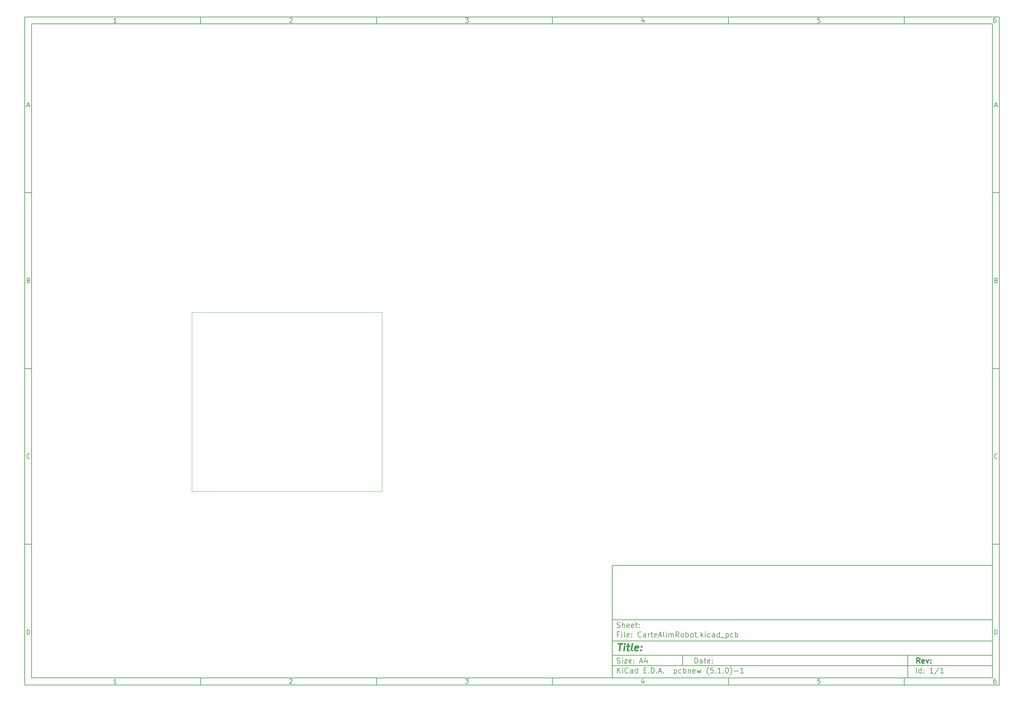
<source format=gm1>
G04 #@! TF.GenerationSoftware,KiCad,Pcbnew,(5.1.0)-1*
G04 #@! TF.CreationDate,2021-10-29T22:54:01+02:00*
G04 #@! TF.ProjectId,CarteAlimRobot,43617274-6541-46c6-996d-526f626f742e,rev?*
G04 #@! TF.SameCoordinates,Original*
G04 #@! TF.FileFunction,Profile,NP*
%FSLAX46Y46*%
G04 Gerber Fmt 4.6, Leading zero omitted, Abs format (unit mm)*
G04 Created by KiCad (PCBNEW (5.1.0)-1) date 2021-10-29 22:54:01*
%MOMM*%
%LPD*%
G04 APERTURE LIST*
%ADD10C,0.100000*%
%ADD11C,0.150000*%
%ADD12C,0.300000*%
%ADD13C,0.400000*%
G04 APERTURE END LIST*
D10*
D11*
X177002200Y-166007200D02*
X177002200Y-198007200D01*
X285002200Y-198007200D01*
X285002200Y-166007200D01*
X177002200Y-166007200D01*
D10*
D11*
X10000000Y-10000000D02*
X10000000Y-200007200D01*
X287002200Y-200007200D01*
X287002200Y-10000000D01*
X10000000Y-10000000D01*
D10*
D11*
X12000000Y-12000000D02*
X12000000Y-198007200D01*
X285002200Y-198007200D01*
X285002200Y-12000000D01*
X12000000Y-12000000D01*
D10*
D11*
X60000000Y-12000000D02*
X60000000Y-10000000D01*
D10*
D11*
X110000000Y-12000000D02*
X110000000Y-10000000D01*
D10*
D11*
X160000000Y-12000000D02*
X160000000Y-10000000D01*
D10*
D11*
X210000000Y-12000000D02*
X210000000Y-10000000D01*
D10*
D11*
X260000000Y-12000000D02*
X260000000Y-10000000D01*
D10*
D11*
X36065476Y-11588095D02*
X35322619Y-11588095D01*
X35694047Y-11588095D02*
X35694047Y-10288095D01*
X35570238Y-10473809D01*
X35446428Y-10597619D01*
X35322619Y-10659523D01*
D10*
D11*
X85322619Y-10411904D02*
X85384523Y-10350000D01*
X85508333Y-10288095D01*
X85817857Y-10288095D01*
X85941666Y-10350000D01*
X86003571Y-10411904D01*
X86065476Y-10535714D01*
X86065476Y-10659523D01*
X86003571Y-10845238D01*
X85260714Y-11588095D01*
X86065476Y-11588095D01*
D10*
D11*
X135260714Y-10288095D02*
X136065476Y-10288095D01*
X135632142Y-10783333D01*
X135817857Y-10783333D01*
X135941666Y-10845238D01*
X136003571Y-10907142D01*
X136065476Y-11030952D01*
X136065476Y-11340476D01*
X136003571Y-11464285D01*
X135941666Y-11526190D01*
X135817857Y-11588095D01*
X135446428Y-11588095D01*
X135322619Y-11526190D01*
X135260714Y-11464285D01*
D10*
D11*
X185941666Y-10721428D02*
X185941666Y-11588095D01*
X185632142Y-10226190D02*
X185322619Y-11154761D01*
X186127380Y-11154761D01*
D10*
D11*
X236003571Y-10288095D02*
X235384523Y-10288095D01*
X235322619Y-10907142D01*
X235384523Y-10845238D01*
X235508333Y-10783333D01*
X235817857Y-10783333D01*
X235941666Y-10845238D01*
X236003571Y-10907142D01*
X236065476Y-11030952D01*
X236065476Y-11340476D01*
X236003571Y-11464285D01*
X235941666Y-11526190D01*
X235817857Y-11588095D01*
X235508333Y-11588095D01*
X235384523Y-11526190D01*
X235322619Y-11464285D01*
D10*
D11*
X285941666Y-10288095D02*
X285694047Y-10288095D01*
X285570238Y-10350000D01*
X285508333Y-10411904D01*
X285384523Y-10597619D01*
X285322619Y-10845238D01*
X285322619Y-11340476D01*
X285384523Y-11464285D01*
X285446428Y-11526190D01*
X285570238Y-11588095D01*
X285817857Y-11588095D01*
X285941666Y-11526190D01*
X286003571Y-11464285D01*
X286065476Y-11340476D01*
X286065476Y-11030952D01*
X286003571Y-10907142D01*
X285941666Y-10845238D01*
X285817857Y-10783333D01*
X285570238Y-10783333D01*
X285446428Y-10845238D01*
X285384523Y-10907142D01*
X285322619Y-11030952D01*
D10*
D11*
X60000000Y-198007200D02*
X60000000Y-200007200D01*
D10*
D11*
X110000000Y-198007200D02*
X110000000Y-200007200D01*
D10*
D11*
X160000000Y-198007200D02*
X160000000Y-200007200D01*
D10*
D11*
X210000000Y-198007200D02*
X210000000Y-200007200D01*
D10*
D11*
X260000000Y-198007200D02*
X260000000Y-200007200D01*
D10*
D11*
X36065476Y-199595295D02*
X35322619Y-199595295D01*
X35694047Y-199595295D02*
X35694047Y-198295295D01*
X35570238Y-198481009D01*
X35446428Y-198604819D01*
X35322619Y-198666723D01*
D10*
D11*
X85322619Y-198419104D02*
X85384523Y-198357200D01*
X85508333Y-198295295D01*
X85817857Y-198295295D01*
X85941666Y-198357200D01*
X86003571Y-198419104D01*
X86065476Y-198542914D01*
X86065476Y-198666723D01*
X86003571Y-198852438D01*
X85260714Y-199595295D01*
X86065476Y-199595295D01*
D10*
D11*
X135260714Y-198295295D02*
X136065476Y-198295295D01*
X135632142Y-198790533D01*
X135817857Y-198790533D01*
X135941666Y-198852438D01*
X136003571Y-198914342D01*
X136065476Y-199038152D01*
X136065476Y-199347676D01*
X136003571Y-199471485D01*
X135941666Y-199533390D01*
X135817857Y-199595295D01*
X135446428Y-199595295D01*
X135322619Y-199533390D01*
X135260714Y-199471485D01*
D10*
D11*
X185941666Y-198728628D02*
X185941666Y-199595295D01*
X185632142Y-198233390D02*
X185322619Y-199161961D01*
X186127380Y-199161961D01*
D10*
D11*
X236003571Y-198295295D02*
X235384523Y-198295295D01*
X235322619Y-198914342D01*
X235384523Y-198852438D01*
X235508333Y-198790533D01*
X235817857Y-198790533D01*
X235941666Y-198852438D01*
X236003571Y-198914342D01*
X236065476Y-199038152D01*
X236065476Y-199347676D01*
X236003571Y-199471485D01*
X235941666Y-199533390D01*
X235817857Y-199595295D01*
X235508333Y-199595295D01*
X235384523Y-199533390D01*
X235322619Y-199471485D01*
D10*
D11*
X285941666Y-198295295D02*
X285694047Y-198295295D01*
X285570238Y-198357200D01*
X285508333Y-198419104D01*
X285384523Y-198604819D01*
X285322619Y-198852438D01*
X285322619Y-199347676D01*
X285384523Y-199471485D01*
X285446428Y-199533390D01*
X285570238Y-199595295D01*
X285817857Y-199595295D01*
X285941666Y-199533390D01*
X286003571Y-199471485D01*
X286065476Y-199347676D01*
X286065476Y-199038152D01*
X286003571Y-198914342D01*
X285941666Y-198852438D01*
X285817857Y-198790533D01*
X285570238Y-198790533D01*
X285446428Y-198852438D01*
X285384523Y-198914342D01*
X285322619Y-199038152D01*
D10*
D11*
X10000000Y-60000000D02*
X12000000Y-60000000D01*
D10*
D11*
X10000000Y-110000000D02*
X12000000Y-110000000D01*
D10*
D11*
X10000000Y-160000000D02*
X12000000Y-160000000D01*
D10*
D11*
X10690476Y-35216666D02*
X11309523Y-35216666D01*
X10566666Y-35588095D02*
X11000000Y-34288095D01*
X11433333Y-35588095D01*
D10*
D11*
X11092857Y-84907142D02*
X11278571Y-84969047D01*
X11340476Y-85030952D01*
X11402380Y-85154761D01*
X11402380Y-85340476D01*
X11340476Y-85464285D01*
X11278571Y-85526190D01*
X11154761Y-85588095D01*
X10659523Y-85588095D01*
X10659523Y-84288095D01*
X11092857Y-84288095D01*
X11216666Y-84350000D01*
X11278571Y-84411904D01*
X11340476Y-84535714D01*
X11340476Y-84659523D01*
X11278571Y-84783333D01*
X11216666Y-84845238D01*
X11092857Y-84907142D01*
X10659523Y-84907142D01*
D10*
D11*
X11402380Y-135464285D02*
X11340476Y-135526190D01*
X11154761Y-135588095D01*
X11030952Y-135588095D01*
X10845238Y-135526190D01*
X10721428Y-135402380D01*
X10659523Y-135278571D01*
X10597619Y-135030952D01*
X10597619Y-134845238D01*
X10659523Y-134597619D01*
X10721428Y-134473809D01*
X10845238Y-134350000D01*
X11030952Y-134288095D01*
X11154761Y-134288095D01*
X11340476Y-134350000D01*
X11402380Y-134411904D01*
D10*
D11*
X10659523Y-185588095D02*
X10659523Y-184288095D01*
X10969047Y-184288095D01*
X11154761Y-184350000D01*
X11278571Y-184473809D01*
X11340476Y-184597619D01*
X11402380Y-184845238D01*
X11402380Y-185030952D01*
X11340476Y-185278571D01*
X11278571Y-185402380D01*
X11154761Y-185526190D01*
X10969047Y-185588095D01*
X10659523Y-185588095D01*
D10*
D11*
X287002200Y-60000000D02*
X285002200Y-60000000D01*
D10*
D11*
X287002200Y-110000000D02*
X285002200Y-110000000D01*
D10*
D11*
X287002200Y-160000000D02*
X285002200Y-160000000D01*
D10*
D11*
X285692676Y-35216666D02*
X286311723Y-35216666D01*
X285568866Y-35588095D02*
X286002200Y-34288095D01*
X286435533Y-35588095D01*
D10*
D11*
X286095057Y-84907142D02*
X286280771Y-84969047D01*
X286342676Y-85030952D01*
X286404580Y-85154761D01*
X286404580Y-85340476D01*
X286342676Y-85464285D01*
X286280771Y-85526190D01*
X286156961Y-85588095D01*
X285661723Y-85588095D01*
X285661723Y-84288095D01*
X286095057Y-84288095D01*
X286218866Y-84350000D01*
X286280771Y-84411904D01*
X286342676Y-84535714D01*
X286342676Y-84659523D01*
X286280771Y-84783333D01*
X286218866Y-84845238D01*
X286095057Y-84907142D01*
X285661723Y-84907142D01*
D10*
D11*
X286404580Y-135464285D02*
X286342676Y-135526190D01*
X286156961Y-135588095D01*
X286033152Y-135588095D01*
X285847438Y-135526190D01*
X285723628Y-135402380D01*
X285661723Y-135278571D01*
X285599819Y-135030952D01*
X285599819Y-134845238D01*
X285661723Y-134597619D01*
X285723628Y-134473809D01*
X285847438Y-134350000D01*
X286033152Y-134288095D01*
X286156961Y-134288095D01*
X286342676Y-134350000D01*
X286404580Y-134411904D01*
D10*
D11*
X285661723Y-185588095D02*
X285661723Y-184288095D01*
X285971247Y-184288095D01*
X286156961Y-184350000D01*
X286280771Y-184473809D01*
X286342676Y-184597619D01*
X286404580Y-184845238D01*
X286404580Y-185030952D01*
X286342676Y-185278571D01*
X286280771Y-185402380D01*
X286156961Y-185526190D01*
X285971247Y-185588095D01*
X285661723Y-185588095D01*
D10*
D11*
X200434342Y-193785771D02*
X200434342Y-192285771D01*
X200791485Y-192285771D01*
X201005771Y-192357200D01*
X201148628Y-192500057D01*
X201220057Y-192642914D01*
X201291485Y-192928628D01*
X201291485Y-193142914D01*
X201220057Y-193428628D01*
X201148628Y-193571485D01*
X201005771Y-193714342D01*
X200791485Y-193785771D01*
X200434342Y-193785771D01*
X202577200Y-193785771D02*
X202577200Y-193000057D01*
X202505771Y-192857200D01*
X202362914Y-192785771D01*
X202077200Y-192785771D01*
X201934342Y-192857200D01*
X202577200Y-193714342D02*
X202434342Y-193785771D01*
X202077200Y-193785771D01*
X201934342Y-193714342D01*
X201862914Y-193571485D01*
X201862914Y-193428628D01*
X201934342Y-193285771D01*
X202077200Y-193214342D01*
X202434342Y-193214342D01*
X202577200Y-193142914D01*
X203077200Y-192785771D02*
X203648628Y-192785771D01*
X203291485Y-192285771D02*
X203291485Y-193571485D01*
X203362914Y-193714342D01*
X203505771Y-193785771D01*
X203648628Y-193785771D01*
X204720057Y-193714342D02*
X204577200Y-193785771D01*
X204291485Y-193785771D01*
X204148628Y-193714342D01*
X204077200Y-193571485D01*
X204077200Y-193000057D01*
X204148628Y-192857200D01*
X204291485Y-192785771D01*
X204577200Y-192785771D01*
X204720057Y-192857200D01*
X204791485Y-193000057D01*
X204791485Y-193142914D01*
X204077200Y-193285771D01*
X205434342Y-193642914D02*
X205505771Y-193714342D01*
X205434342Y-193785771D01*
X205362914Y-193714342D01*
X205434342Y-193642914D01*
X205434342Y-193785771D01*
X205434342Y-192857200D02*
X205505771Y-192928628D01*
X205434342Y-193000057D01*
X205362914Y-192928628D01*
X205434342Y-192857200D01*
X205434342Y-193000057D01*
D10*
D11*
X177002200Y-194507200D02*
X285002200Y-194507200D01*
D10*
D11*
X178434342Y-196585771D02*
X178434342Y-195085771D01*
X179291485Y-196585771D02*
X178648628Y-195728628D01*
X179291485Y-195085771D02*
X178434342Y-195942914D01*
X179934342Y-196585771D02*
X179934342Y-195585771D01*
X179934342Y-195085771D02*
X179862914Y-195157200D01*
X179934342Y-195228628D01*
X180005771Y-195157200D01*
X179934342Y-195085771D01*
X179934342Y-195228628D01*
X181505771Y-196442914D02*
X181434342Y-196514342D01*
X181220057Y-196585771D01*
X181077200Y-196585771D01*
X180862914Y-196514342D01*
X180720057Y-196371485D01*
X180648628Y-196228628D01*
X180577200Y-195942914D01*
X180577200Y-195728628D01*
X180648628Y-195442914D01*
X180720057Y-195300057D01*
X180862914Y-195157200D01*
X181077200Y-195085771D01*
X181220057Y-195085771D01*
X181434342Y-195157200D01*
X181505771Y-195228628D01*
X182791485Y-196585771D02*
X182791485Y-195800057D01*
X182720057Y-195657200D01*
X182577200Y-195585771D01*
X182291485Y-195585771D01*
X182148628Y-195657200D01*
X182791485Y-196514342D02*
X182648628Y-196585771D01*
X182291485Y-196585771D01*
X182148628Y-196514342D01*
X182077200Y-196371485D01*
X182077200Y-196228628D01*
X182148628Y-196085771D01*
X182291485Y-196014342D01*
X182648628Y-196014342D01*
X182791485Y-195942914D01*
X184148628Y-196585771D02*
X184148628Y-195085771D01*
X184148628Y-196514342D02*
X184005771Y-196585771D01*
X183720057Y-196585771D01*
X183577200Y-196514342D01*
X183505771Y-196442914D01*
X183434342Y-196300057D01*
X183434342Y-195871485D01*
X183505771Y-195728628D01*
X183577200Y-195657200D01*
X183720057Y-195585771D01*
X184005771Y-195585771D01*
X184148628Y-195657200D01*
X186005771Y-195800057D02*
X186505771Y-195800057D01*
X186720057Y-196585771D02*
X186005771Y-196585771D01*
X186005771Y-195085771D01*
X186720057Y-195085771D01*
X187362914Y-196442914D02*
X187434342Y-196514342D01*
X187362914Y-196585771D01*
X187291485Y-196514342D01*
X187362914Y-196442914D01*
X187362914Y-196585771D01*
X188077200Y-196585771D02*
X188077200Y-195085771D01*
X188434342Y-195085771D01*
X188648628Y-195157200D01*
X188791485Y-195300057D01*
X188862914Y-195442914D01*
X188934342Y-195728628D01*
X188934342Y-195942914D01*
X188862914Y-196228628D01*
X188791485Y-196371485D01*
X188648628Y-196514342D01*
X188434342Y-196585771D01*
X188077200Y-196585771D01*
X189577200Y-196442914D02*
X189648628Y-196514342D01*
X189577200Y-196585771D01*
X189505771Y-196514342D01*
X189577200Y-196442914D01*
X189577200Y-196585771D01*
X190220057Y-196157200D02*
X190934342Y-196157200D01*
X190077200Y-196585771D02*
X190577200Y-195085771D01*
X191077200Y-196585771D01*
X191577200Y-196442914D02*
X191648628Y-196514342D01*
X191577200Y-196585771D01*
X191505771Y-196514342D01*
X191577200Y-196442914D01*
X191577200Y-196585771D01*
X194577200Y-195585771D02*
X194577200Y-197085771D01*
X194577200Y-195657200D02*
X194720057Y-195585771D01*
X195005771Y-195585771D01*
X195148628Y-195657200D01*
X195220057Y-195728628D01*
X195291485Y-195871485D01*
X195291485Y-196300057D01*
X195220057Y-196442914D01*
X195148628Y-196514342D01*
X195005771Y-196585771D01*
X194720057Y-196585771D01*
X194577200Y-196514342D01*
X196577200Y-196514342D02*
X196434342Y-196585771D01*
X196148628Y-196585771D01*
X196005771Y-196514342D01*
X195934342Y-196442914D01*
X195862914Y-196300057D01*
X195862914Y-195871485D01*
X195934342Y-195728628D01*
X196005771Y-195657200D01*
X196148628Y-195585771D01*
X196434342Y-195585771D01*
X196577200Y-195657200D01*
X197220057Y-196585771D02*
X197220057Y-195085771D01*
X197220057Y-195657200D02*
X197362914Y-195585771D01*
X197648628Y-195585771D01*
X197791485Y-195657200D01*
X197862914Y-195728628D01*
X197934342Y-195871485D01*
X197934342Y-196300057D01*
X197862914Y-196442914D01*
X197791485Y-196514342D01*
X197648628Y-196585771D01*
X197362914Y-196585771D01*
X197220057Y-196514342D01*
X198577200Y-195585771D02*
X198577200Y-196585771D01*
X198577200Y-195728628D02*
X198648628Y-195657200D01*
X198791485Y-195585771D01*
X199005771Y-195585771D01*
X199148628Y-195657200D01*
X199220057Y-195800057D01*
X199220057Y-196585771D01*
X200505771Y-196514342D02*
X200362914Y-196585771D01*
X200077200Y-196585771D01*
X199934342Y-196514342D01*
X199862914Y-196371485D01*
X199862914Y-195800057D01*
X199934342Y-195657200D01*
X200077200Y-195585771D01*
X200362914Y-195585771D01*
X200505771Y-195657200D01*
X200577200Y-195800057D01*
X200577200Y-195942914D01*
X199862914Y-196085771D01*
X201077200Y-195585771D02*
X201362914Y-196585771D01*
X201648628Y-195871485D01*
X201934342Y-196585771D01*
X202220057Y-195585771D01*
X204362914Y-197157200D02*
X204291485Y-197085771D01*
X204148628Y-196871485D01*
X204077200Y-196728628D01*
X204005771Y-196514342D01*
X203934342Y-196157200D01*
X203934342Y-195871485D01*
X204005771Y-195514342D01*
X204077200Y-195300057D01*
X204148628Y-195157200D01*
X204291485Y-194942914D01*
X204362914Y-194871485D01*
X205648628Y-195085771D02*
X204934342Y-195085771D01*
X204862914Y-195800057D01*
X204934342Y-195728628D01*
X205077200Y-195657200D01*
X205434342Y-195657200D01*
X205577200Y-195728628D01*
X205648628Y-195800057D01*
X205720057Y-195942914D01*
X205720057Y-196300057D01*
X205648628Y-196442914D01*
X205577200Y-196514342D01*
X205434342Y-196585771D01*
X205077200Y-196585771D01*
X204934342Y-196514342D01*
X204862914Y-196442914D01*
X206362914Y-196442914D02*
X206434342Y-196514342D01*
X206362914Y-196585771D01*
X206291485Y-196514342D01*
X206362914Y-196442914D01*
X206362914Y-196585771D01*
X207862914Y-196585771D02*
X207005771Y-196585771D01*
X207434342Y-196585771D02*
X207434342Y-195085771D01*
X207291485Y-195300057D01*
X207148628Y-195442914D01*
X207005771Y-195514342D01*
X208505771Y-196442914D02*
X208577200Y-196514342D01*
X208505771Y-196585771D01*
X208434342Y-196514342D01*
X208505771Y-196442914D01*
X208505771Y-196585771D01*
X209505771Y-195085771D02*
X209648628Y-195085771D01*
X209791485Y-195157200D01*
X209862914Y-195228628D01*
X209934342Y-195371485D01*
X210005771Y-195657200D01*
X210005771Y-196014342D01*
X209934342Y-196300057D01*
X209862914Y-196442914D01*
X209791485Y-196514342D01*
X209648628Y-196585771D01*
X209505771Y-196585771D01*
X209362914Y-196514342D01*
X209291485Y-196442914D01*
X209220057Y-196300057D01*
X209148628Y-196014342D01*
X209148628Y-195657200D01*
X209220057Y-195371485D01*
X209291485Y-195228628D01*
X209362914Y-195157200D01*
X209505771Y-195085771D01*
X210505771Y-197157200D02*
X210577200Y-197085771D01*
X210720057Y-196871485D01*
X210791485Y-196728628D01*
X210862914Y-196514342D01*
X210934342Y-196157200D01*
X210934342Y-195871485D01*
X210862914Y-195514342D01*
X210791485Y-195300057D01*
X210720057Y-195157200D01*
X210577200Y-194942914D01*
X210505771Y-194871485D01*
X211648628Y-196014342D02*
X212791485Y-196014342D01*
X214291485Y-196585771D02*
X213434342Y-196585771D01*
X213862914Y-196585771D02*
X213862914Y-195085771D01*
X213720057Y-195300057D01*
X213577200Y-195442914D01*
X213434342Y-195514342D01*
D10*
D11*
X177002200Y-191507200D02*
X285002200Y-191507200D01*
D10*
D12*
X264411485Y-193785771D02*
X263911485Y-193071485D01*
X263554342Y-193785771D02*
X263554342Y-192285771D01*
X264125771Y-192285771D01*
X264268628Y-192357200D01*
X264340057Y-192428628D01*
X264411485Y-192571485D01*
X264411485Y-192785771D01*
X264340057Y-192928628D01*
X264268628Y-193000057D01*
X264125771Y-193071485D01*
X263554342Y-193071485D01*
X265625771Y-193714342D02*
X265482914Y-193785771D01*
X265197200Y-193785771D01*
X265054342Y-193714342D01*
X264982914Y-193571485D01*
X264982914Y-193000057D01*
X265054342Y-192857200D01*
X265197200Y-192785771D01*
X265482914Y-192785771D01*
X265625771Y-192857200D01*
X265697200Y-193000057D01*
X265697200Y-193142914D01*
X264982914Y-193285771D01*
X266197200Y-192785771D02*
X266554342Y-193785771D01*
X266911485Y-192785771D01*
X267482914Y-193642914D02*
X267554342Y-193714342D01*
X267482914Y-193785771D01*
X267411485Y-193714342D01*
X267482914Y-193642914D01*
X267482914Y-193785771D01*
X267482914Y-192857200D02*
X267554342Y-192928628D01*
X267482914Y-193000057D01*
X267411485Y-192928628D01*
X267482914Y-192857200D01*
X267482914Y-193000057D01*
D10*
D11*
X178362914Y-193714342D02*
X178577200Y-193785771D01*
X178934342Y-193785771D01*
X179077200Y-193714342D01*
X179148628Y-193642914D01*
X179220057Y-193500057D01*
X179220057Y-193357200D01*
X179148628Y-193214342D01*
X179077200Y-193142914D01*
X178934342Y-193071485D01*
X178648628Y-193000057D01*
X178505771Y-192928628D01*
X178434342Y-192857200D01*
X178362914Y-192714342D01*
X178362914Y-192571485D01*
X178434342Y-192428628D01*
X178505771Y-192357200D01*
X178648628Y-192285771D01*
X179005771Y-192285771D01*
X179220057Y-192357200D01*
X179862914Y-193785771D02*
X179862914Y-192785771D01*
X179862914Y-192285771D02*
X179791485Y-192357200D01*
X179862914Y-192428628D01*
X179934342Y-192357200D01*
X179862914Y-192285771D01*
X179862914Y-192428628D01*
X180434342Y-192785771D02*
X181220057Y-192785771D01*
X180434342Y-193785771D01*
X181220057Y-193785771D01*
X182362914Y-193714342D02*
X182220057Y-193785771D01*
X181934342Y-193785771D01*
X181791485Y-193714342D01*
X181720057Y-193571485D01*
X181720057Y-193000057D01*
X181791485Y-192857200D01*
X181934342Y-192785771D01*
X182220057Y-192785771D01*
X182362914Y-192857200D01*
X182434342Y-193000057D01*
X182434342Y-193142914D01*
X181720057Y-193285771D01*
X183077200Y-193642914D02*
X183148628Y-193714342D01*
X183077200Y-193785771D01*
X183005771Y-193714342D01*
X183077200Y-193642914D01*
X183077200Y-193785771D01*
X183077200Y-192857200D02*
X183148628Y-192928628D01*
X183077200Y-193000057D01*
X183005771Y-192928628D01*
X183077200Y-192857200D01*
X183077200Y-193000057D01*
X184862914Y-193357200D02*
X185577200Y-193357200D01*
X184720057Y-193785771D02*
X185220057Y-192285771D01*
X185720057Y-193785771D01*
X186862914Y-192785771D02*
X186862914Y-193785771D01*
X186505771Y-192214342D02*
X186148628Y-193285771D01*
X187077200Y-193285771D01*
D10*
D11*
X263434342Y-196585771D02*
X263434342Y-195085771D01*
X264791485Y-196585771D02*
X264791485Y-195085771D01*
X264791485Y-196514342D02*
X264648628Y-196585771D01*
X264362914Y-196585771D01*
X264220057Y-196514342D01*
X264148628Y-196442914D01*
X264077200Y-196300057D01*
X264077200Y-195871485D01*
X264148628Y-195728628D01*
X264220057Y-195657200D01*
X264362914Y-195585771D01*
X264648628Y-195585771D01*
X264791485Y-195657200D01*
X265505771Y-196442914D02*
X265577200Y-196514342D01*
X265505771Y-196585771D01*
X265434342Y-196514342D01*
X265505771Y-196442914D01*
X265505771Y-196585771D01*
X265505771Y-195657200D02*
X265577200Y-195728628D01*
X265505771Y-195800057D01*
X265434342Y-195728628D01*
X265505771Y-195657200D01*
X265505771Y-195800057D01*
X268148628Y-196585771D02*
X267291485Y-196585771D01*
X267720057Y-196585771D02*
X267720057Y-195085771D01*
X267577200Y-195300057D01*
X267434342Y-195442914D01*
X267291485Y-195514342D01*
X269862914Y-195014342D02*
X268577200Y-196942914D01*
X271148628Y-196585771D02*
X270291485Y-196585771D01*
X270720057Y-196585771D02*
X270720057Y-195085771D01*
X270577200Y-195300057D01*
X270434342Y-195442914D01*
X270291485Y-195514342D01*
D10*
D11*
X177002200Y-187507200D02*
X285002200Y-187507200D01*
D10*
D13*
X178714580Y-188211961D02*
X179857438Y-188211961D01*
X179036009Y-190211961D02*
X179286009Y-188211961D01*
X180274104Y-190211961D02*
X180440771Y-188878628D01*
X180524104Y-188211961D02*
X180416961Y-188307200D01*
X180500295Y-188402438D01*
X180607438Y-188307200D01*
X180524104Y-188211961D01*
X180500295Y-188402438D01*
X181107438Y-188878628D02*
X181869342Y-188878628D01*
X181476485Y-188211961D02*
X181262200Y-189926247D01*
X181333628Y-190116723D01*
X181512200Y-190211961D01*
X181702676Y-190211961D01*
X182655057Y-190211961D02*
X182476485Y-190116723D01*
X182405057Y-189926247D01*
X182619342Y-188211961D01*
X184190771Y-190116723D02*
X183988390Y-190211961D01*
X183607438Y-190211961D01*
X183428866Y-190116723D01*
X183357438Y-189926247D01*
X183452676Y-189164342D01*
X183571723Y-188973866D01*
X183774104Y-188878628D01*
X184155057Y-188878628D01*
X184333628Y-188973866D01*
X184405057Y-189164342D01*
X184381247Y-189354819D01*
X183405057Y-189545295D01*
X185155057Y-190021485D02*
X185238390Y-190116723D01*
X185131247Y-190211961D01*
X185047914Y-190116723D01*
X185155057Y-190021485D01*
X185131247Y-190211961D01*
X185286009Y-188973866D02*
X185369342Y-189069104D01*
X185262200Y-189164342D01*
X185178866Y-189069104D01*
X185286009Y-188973866D01*
X185262200Y-189164342D01*
D10*
D11*
X178934342Y-185600057D02*
X178434342Y-185600057D01*
X178434342Y-186385771D02*
X178434342Y-184885771D01*
X179148628Y-184885771D01*
X179720057Y-186385771D02*
X179720057Y-185385771D01*
X179720057Y-184885771D02*
X179648628Y-184957200D01*
X179720057Y-185028628D01*
X179791485Y-184957200D01*
X179720057Y-184885771D01*
X179720057Y-185028628D01*
X180648628Y-186385771D02*
X180505771Y-186314342D01*
X180434342Y-186171485D01*
X180434342Y-184885771D01*
X181791485Y-186314342D02*
X181648628Y-186385771D01*
X181362914Y-186385771D01*
X181220057Y-186314342D01*
X181148628Y-186171485D01*
X181148628Y-185600057D01*
X181220057Y-185457200D01*
X181362914Y-185385771D01*
X181648628Y-185385771D01*
X181791485Y-185457200D01*
X181862914Y-185600057D01*
X181862914Y-185742914D01*
X181148628Y-185885771D01*
X182505771Y-186242914D02*
X182577200Y-186314342D01*
X182505771Y-186385771D01*
X182434342Y-186314342D01*
X182505771Y-186242914D01*
X182505771Y-186385771D01*
X182505771Y-185457200D02*
X182577200Y-185528628D01*
X182505771Y-185600057D01*
X182434342Y-185528628D01*
X182505771Y-185457200D01*
X182505771Y-185600057D01*
X185220057Y-186242914D02*
X185148628Y-186314342D01*
X184934342Y-186385771D01*
X184791485Y-186385771D01*
X184577200Y-186314342D01*
X184434342Y-186171485D01*
X184362914Y-186028628D01*
X184291485Y-185742914D01*
X184291485Y-185528628D01*
X184362914Y-185242914D01*
X184434342Y-185100057D01*
X184577200Y-184957200D01*
X184791485Y-184885771D01*
X184934342Y-184885771D01*
X185148628Y-184957200D01*
X185220057Y-185028628D01*
X186505771Y-186385771D02*
X186505771Y-185600057D01*
X186434342Y-185457200D01*
X186291485Y-185385771D01*
X186005771Y-185385771D01*
X185862914Y-185457200D01*
X186505771Y-186314342D02*
X186362914Y-186385771D01*
X186005771Y-186385771D01*
X185862914Y-186314342D01*
X185791485Y-186171485D01*
X185791485Y-186028628D01*
X185862914Y-185885771D01*
X186005771Y-185814342D01*
X186362914Y-185814342D01*
X186505771Y-185742914D01*
X187220057Y-186385771D02*
X187220057Y-185385771D01*
X187220057Y-185671485D02*
X187291485Y-185528628D01*
X187362914Y-185457200D01*
X187505771Y-185385771D01*
X187648628Y-185385771D01*
X187934342Y-185385771D02*
X188505771Y-185385771D01*
X188148628Y-184885771D02*
X188148628Y-186171485D01*
X188220057Y-186314342D01*
X188362914Y-186385771D01*
X188505771Y-186385771D01*
X189577200Y-186314342D02*
X189434342Y-186385771D01*
X189148628Y-186385771D01*
X189005771Y-186314342D01*
X188934342Y-186171485D01*
X188934342Y-185600057D01*
X189005771Y-185457200D01*
X189148628Y-185385771D01*
X189434342Y-185385771D01*
X189577200Y-185457200D01*
X189648628Y-185600057D01*
X189648628Y-185742914D01*
X188934342Y-185885771D01*
X190220057Y-185957200D02*
X190934342Y-185957200D01*
X190077200Y-186385771D02*
X190577200Y-184885771D01*
X191077200Y-186385771D01*
X191791485Y-186385771D02*
X191648628Y-186314342D01*
X191577200Y-186171485D01*
X191577200Y-184885771D01*
X192362914Y-186385771D02*
X192362914Y-185385771D01*
X192362914Y-184885771D02*
X192291485Y-184957200D01*
X192362914Y-185028628D01*
X192434342Y-184957200D01*
X192362914Y-184885771D01*
X192362914Y-185028628D01*
X193077200Y-186385771D02*
X193077200Y-185385771D01*
X193077200Y-185528628D02*
X193148628Y-185457200D01*
X193291485Y-185385771D01*
X193505771Y-185385771D01*
X193648628Y-185457200D01*
X193720057Y-185600057D01*
X193720057Y-186385771D01*
X193720057Y-185600057D02*
X193791485Y-185457200D01*
X193934342Y-185385771D01*
X194148628Y-185385771D01*
X194291485Y-185457200D01*
X194362914Y-185600057D01*
X194362914Y-186385771D01*
X195934342Y-186385771D02*
X195434342Y-185671485D01*
X195077200Y-186385771D02*
X195077200Y-184885771D01*
X195648628Y-184885771D01*
X195791485Y-184957200D01*
X195862914Y-185028628D01*
X195934342Y-185171485D01*
X195934342Y-185385771D01*
X195862914Y-185528628D01*
X195791485Y-185600057D01*
X195648628Y-185671485D01*
X195077200Y-185671485D01*
X196791485Y-186385771D02*
X196648628Y-186314342D01*
X196577200Y-186242914D01*
X196505771Y-186100057D01*
X196505771Y-185671485D01*
X196577200Y-185528628D01*
X196648628Y-185457200D01*
X196791485Y-185385771D01*
X197005771Y-185385771D01*
X197148628Y-185457200D01*
X197220057Y-185528628D01*
X197291485Y-185671485D01*
X197291485Y-186100057D01*
X197220057Y-186242914D01*
X197148628Y-186314342D01*
X197005771Y-186385771D01*
X196791485Y-186385771D01*
X197934342Y-186385771D02*
X197934342Y-184885771D01*
X197934342Y-185457200D02*
X198077200Y-185385771D01*
X198362914Y-185385771D01*
X198505771Y-185457200D01*
X198577200Y-185528628D01*
X198648628Y-185671485D01*
X198648628Y-186100057D01*
X198577200Y-186242914D01*
X198505771Y-186314342D01*
X198362914Y-186385771D01*
X198077200Y-186385771D01*
X197934342Y-186314342D01*
X199505771Y-186385771D02*
X199362914Y-186314342D01*
X199291485Y-186242914D01*
X199220057Y-186100057D01*
X199220057Y-185671485D01*
X199291485Y-185528628D01*
X199362914Y-185457200D01*
X199505771Y-185385771D01*
X199720057Y-185385771D01*
X199862914Y-185457200D01*
X199934342Y-185528628D01*
X200005771Y-185671485D01*
X200005771Y-186100057D01*
X199934342Y-186242914D01*
X199862914Y-186314342D01*
X199720057Y-186385771D01*
X199505771Y-186385771D01*
X200434342Y-185385771D02*
X201005771Y-185385771D01*
X200648628Y-184885771D02*
X200648628Y-186171485D01*
X200720057Y-186314342D01*
X200862914Y-186385771D01*
X201005771Y-186385771D01*
X201505771Y-186242914D02*
X201577200Y-186314342D01*
X201505771Y-186385771D01*
X201434342Y-186314342D01*
X201505771Y-186242914D01*
X201505771Y-186385771D01*
X202220057Y-186385771D02*
X202220057Y-184885771D01*
X202362914Y-185814342D02*
X202791485Y-186385771D01*
X202791485Y-185385771D02*
X202220057Y-185957200D01*
X203434342Y-186385771D02*
X203434342Y-185385771D01*
X203434342Y-184885771D02*
X203362914Y-184957200D01*
X203434342Y-185028628D01*
X203505771Y-184957200D01*
X203434342Y-184885771D01*
X203434342Y-185028628D01*
X204791485Y-186314342D02*
X204648628Y-186385771D01*
X204362914Y-186385771D01*
X204220057Y-186314342D01*
X204148628Y-186242914D01*
X204077200Y-186100057D01*
X204077200Y-185671485D01*
X204148628Y-185528628D01*
X204220057Y-185457200D01*
X204362914Y-185385771D01*
X204648628Y-185385771D01*
X204791485Y-185457200D01*
X206077200Y-186385771D02*
X206077200Y-185600057D01*
X206005771Y-185457200D01*
X205862914Y-185385771D01*
X205577200Y-185385771D01*
X205434342Y-185457200D01*
X206077200Y-186314342D02*
X205934342Y-186385771D01*
X205577200Y-186385771D01*
X205434342Y-186314342D01*
X205362914Y-186171485D01*
X205362914Y-186028628D01*
X205434342Y-185885771D01*
X205577200Y-185814342D01*
X205934342Y-185814342D01*
X206077200Y-185742914D01*
X207434342Y-186385771D02*
X207434342Y-184885771D01*
X207434342Y-186314342D02*
X207291485Y-186385771D01*
X207005771Y-186385771D01*
X206862914Y-186314342D01*
X206791485Y-186242914D01*
X206720057Y-186100057D01*
X206720057Y-185671485D01*
X206791485Y-185528628D01*
X206862914Y-185457200D01*
X207005771Y-185385771D01*
X207291485Y-185385771D01*
X207434342Y-185457200D01*
X207791485Y-186528628D02*
X208934342Y-186528628D01*
X209291485Y-185385771D02*
X209291485Y-186885771D01*
X209291485Y-185457200D02*
X209434342Y-185385771D01*
X209720057Y-185385771D01*
X209862914Y-185457200D01*
X209934342Y-185528628D01*
X210005771Y-185671485D01*
X210005771Y-186100057D01*
X209934342Y-186242914D01*
X209862914Y-186314342D01*
X209720057Y-186385771D01*
X209434342Y-186385771D01*
X209291485Y-186314342D01*
X211291485Y-186314342D02*
X211148628Y-186385771D01*
X210862914Y-186385771D01*
X210720057Y-186314342D01*
X210648628Y-186242914D01*
X210577200Y-186100057D01*
X210577200Y-185671485D01*
X210648628Y-185528628D01*
X210720057Y-185457200D01*
X210862914Y-185385771D01*
X211148628Y-185385771D01*
X211291485Y-185457200D01*
X211934342Y-186385771D02*
X211934342Y-184885771D01*
X211934342Y-185457200D02*
X212077200Y-185385771D01*
X212362914Y-185385771D01*
X212505771Y-185457200D01*
X212577200Y-185528628D01*
X212648628Y-185671485D01*
X212648628Y-186100057D01*
X212577200Y-186242914D01*
X212505771Y-186314342D01*
X212362914Y-186385771D01*
X212077200Y-186385771D01*
X211934342Y-186314342D01*
D10*
D11*
X177002200Y-181507200D02*
X285002200Y-181507200D01*
D10*
D11*
X178362914Y-183614342D02*
X178577200Y-183685771D01*
X178934342Y-183685771D01*
X179077200Y-183614342D01*
X179148628Y-183542914D01*
X179220057Y-183400057D01*
X179220057Y-183257200D01*
X179148628Y-183114342D01*
X179077200Y-183042914D01*
X178934342Y-182971485D01*
X178648628Y-182900057D01*
X178505771Y-182828628D01*
X178434342Y-182757200D01*
X178362914Y-182614342D01*
X178362914Y-182471485D01*
X178434342Y-182328628D01*
X178505771Y-182257200D01*
X178648628Y-182185771D01*
X179005771Y-182185771D01*
X179220057Y-182257200D01*
X179862914Y-183685771D02*
X179862914Y-182185771D01*
X180505771Y-183685771D02*
X180505771Y-182900057D01*
X180434342Y-182757200D01*
X180291485Y-182685771D01*
X180077200Y-182685771D01*
X179934342Y-182757200D01*
X179862914Y-182828628D01*
X181791485Y-183614342D02*
X181648628Y-183685771D01*
X181362914Y-183685771D01*
X181220057Y-183614342D01*
X181148628Y-183471485D01*
X181148628Y-182900057D01*
X181220057Y-182757200D01*
X181362914Y-182685771D01*
X181648628Y-182685771D01*
X181791485Y-182757200D01*
X181862914Y-182900057D01*
X181862914Y-183042914D01*
X181148628Y-183185771D01*
X183077200Y-183614342D02*
X182934342Y-183685771D01*
X182648628Y-183685771D01*
X182505771Y-183614342D01*
X182434342Y-183471485D01*
X182434342Y-182900057D01*
X182505771Y-182757200D01*
X182648628Y-182685771D01*
X182934342Y-182685771D01*
X183077200Y-182757200D01*
X183148628Y-182900057D01*
X183148628Y-183042914D01*
X182434342Y-183185771D01*
X183577200Y-182685771D02*
X184148628Y-182685771D01*
X183791485Y-182185771D02*
X183791485Y-183471485D01*
X183862914Y-183614342D01*
X184005771Y-183685771D01*
X184148628Y-183685771D01*
X184648628Y-183542914D02*
X184720057Y-183614342D01*
X184648628Y-183685771D01*
X184577200Y-183614342D01*
X184648628Y-183542914D01*
X184648628Y-183685771D01*
X184648628Y-182757200D02*
X184720057Y-182828628D01*
X184648628Y-182900057D01*
X184577200Y-182828628D01*
X184648628Y-182757200D01*
X184648628Y-182900057D01*
D10*
D11*
X197002200Y-191507200D02*
X197002200Y-194507200D01*
D10*
D11*
X261002200Y-191507200D02*
X261002200Y-198007200D01*
D10*
X111500000Y-94000000D02*
X111500000Y-145000000D01*
X57500000Y-94000000D02*
X111500000Y-94000000D01*
X57500000Y-145000000D02*
X57500000Y-94000000D01*
X111500000Y-145000000D02*
X57500000Y-145000000D01*
M02*

</source>
